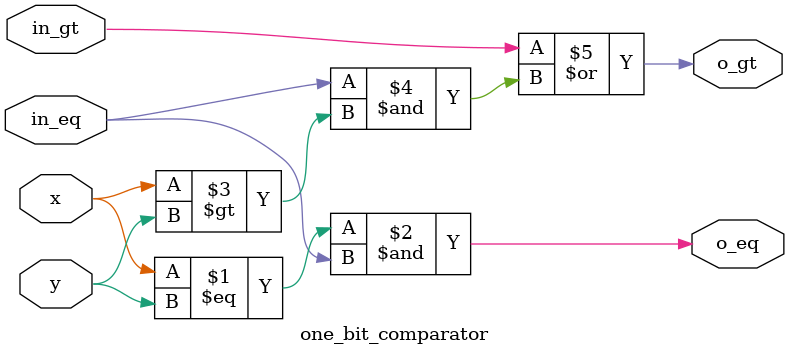
<source format=v>
module one_bit_comparator(
    x,
    y, 
    in_gt,
    in_eq, 
    o_gt, 
    o_eq
);
input x, y, in_gt, in_eq;
output o_eq, o_gt; 

assign o_eq = (x == y) & in_eq;
assign o_gt = (in_gt) | (in_eq & (x > y));

endmodule 
</source>
